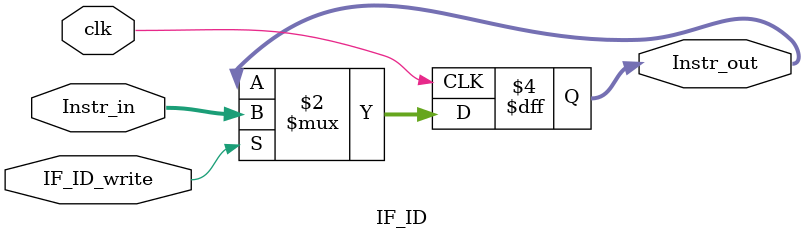
<source format=v>
module IF_ID(
    input clk,
    input IF_ID_write,
    input [31:0] Instr_in,
    output reg [31:0] Instr_out
);

    always @(posedge clk) begin
        if(IF_ID_write) Instr_out <= Instr_in;
        else;
    end
endmodule
</source>
